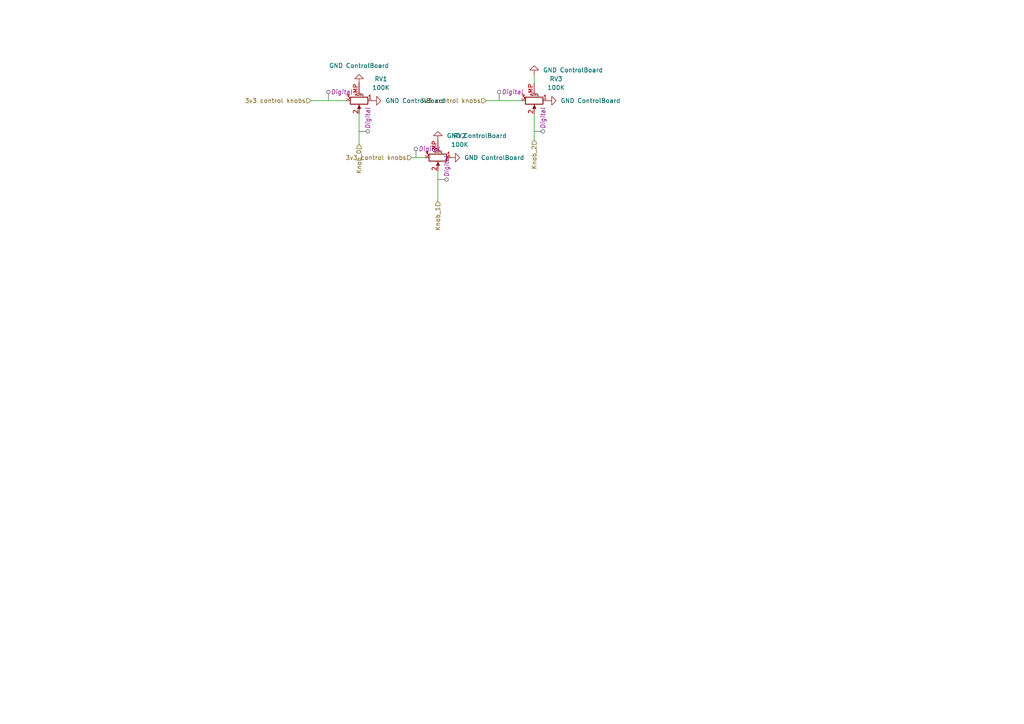
<source format=kicad_sch>
(kicad_sch (version 20231120) (generator "eeschema") (generator_version "8.0")
  (paper "A4")
  (lib_symbols
    (symbol "Device:R_Potentiometer_MountingPin" (pin_names (offset 1.016) hide)
      (property "Reference" "RV" (at -8.255 0 90))
      (property "Value" "R_Potentiometer_MountingPin" (at -6.35 0 90))
      (symbol "R_Potentiometer_MountingPin_0_1"
        (polyline (pts (xy 2.54 0) (xy 1.524 0)))
        (polyline (pts (xy 1.143 0) (xy 2.286 0.508) (xy 2.286 -0.508)) (fill (type outline)))
        (rectangle (start 1.016 2.54) (end -1.016 -2.54) (stroke (width 0.254)))
      )
      (symbol "R_Potentiometer_MountingPin_1_1"
        (polyline (pts (xy -2.032 1.016) (xy -2.032 -1.016)) (stroke (width 0.1524)))
        (text "Mounting" (at -1.651 0 900) (effects (font (size 0.381 0.381))))
        (pin passive line (at 0 3.81 270) (length 1.27) (name "1") (number "1"))
        (pin passive line (at 3.81 0 180) (length 1.27) (name "2") (number "2"))
        (pin passive line (at 0 -3.81 90) (length 1.27) (name "3") (number "3"))
        (pin passive line (at -5.08 0 0) (length 3.048) (name "MountPin") (number "MP"))
      )
    )
    (symbol "power:GND" (power) (pin_numbers hide) (pin_names (offset 0) hide)
      (property "Value" "GND" (at 0 -3.81 0))
      (symbol "GND_0_1"
        (polyline (pts (xy 0 0) (xy 0 -1.27) (xy 1.27 -1.27) (xy 0 -2.54) (xy -1.27 -1.27) (xy 0 -1.27)))
      )
      (symbol "GND_1_1"
        (pin power_in line (at 0 0 270) (length 0) (name "~") (number "1"))
      )
    )
  )
  (wire (pts (xy 127 58.42) (xy 127 49.53)))
  (wire (pts (xy 154.94 21.59) (xy 154.94 24.13)))
  (wire (pts (xy 90.17 29.21) (xy 100.33 29.21)))
  (wire (pts (xy 140.97 29.21) (xy 151.13 29.21)))
  (wire (pts (xy 154.94 40.64) (xy 154.94 33.02)))
  (wire (pts (xy 104.14 41.91) (xy 104.14 33.02)))
  (wire (pts (xy 119.38 45.72) (xy 123.19 45.72)))
  (hierarchical_label "3v3 control knobs" (shape input) (at 90.17 29.21 180))
  (hierarchical_label "Knob_2" (shape input) (at 154.94 40.64 270))
  (hierarchical_label "Knob_0" (shape input) (at 104.14 41.91 270))
  (hierarchical_label "3v3 control knobs" (shape input) (at 140.97 29.21 180))
  (hierarchical_label "Knob_1" (shape input) (at 127 58.42 270))
  (hierarchical_label "3v3 control knobs" (shape input) (at 119.38 45.72 180))
  (netclass_flag "" (length 2.54) (shape round) (at 154.94 38.1 270) (property "Netclass" "Digital" (at 157.48 37.4015 90) (effects (font (italic yes)) (justify left))))
  (netclass_flag "" (length 2.54) (shape round) (at 127 52.07 270) (property "Netclass" "Digital" (at 129.54 51.3715 90) (effects (font (italic yes)) (justify left))))
  (netclass_flag "" (length 2.54) (shape round) (at 95.25 29.21 0) (property "Netclass" "Digital" (at 95.9485 26.67 0) (effects (font (italic yes)) (justify left))))
  (netclass_flag "" (length 2.54) (shape round) (at 144.78 29.21 0) (property "Netclass" "Digital" (at 145.4785 26.67 0) (effects (font (italic yes)) (justify left))))
  (netclass_flag "" (length 2.54) (shape round) (at 120.65 45.72 0) (property "Netclass" "Digital" (at 121.3485 43.18 0) (effects (font (italic yes)) (justify left))))
  (netclass_flag "" (length 2.54) (shape round) (at 104.14 38.1 270) (property "Netclass" "Digital" (at 106.68 37.4015 90) (effects (font (italic yes)) (justify left))))
  (symbol (lib_id "Device:R_Potentiometer_MountingPin") (at 127 45.72 270) (unit 1)
    (property "Reference" "RV2" (at 133.35 39.4014 90))
    (property "Value" "100K" (at 133.35 41.9414 90))
    (property "Footprint" "PCM_4ms_Potentiometer:Pot_9mm_Knurl_NoDet" (effects (hide yes)))
    (property "Description" "Potentiometer with a mounting pin" (effects (hide yes)))
  )
  (symbol (lib_id "Device:R_Potentiometer_MountingPin") (at 104.14 29.21 270) (unit 1)
    (property "Reference" "RV1" (at 110.49 22.8914 90))
    (property "Value" "100K" (at 110.49 25.4314 90))
    (property "Footprint" "PCM_4ms_Potentiometer:Pot_9mm_Knurl_NoDet" (effects (hide yes)))
    (property "Description" "Potentiometer with a mounting pin" (effects (hide yes)))
  )
  (symbol (lib_id "Device:R_Potentiometer_MountingPin") (at 154.94 29.21 270) (unit 1)
    (property "Reference" "RV3" (at 161.29 22.8914 90))
    (property "Value" "100K" (at 161.29 25.4314 90))
    (property "Footprint" "PCM_4ms_Potentiometer:Pot_9mm_Knurl_NoDet" (effects (hide yes)))
    (property "Description" "Potentiometer with a mounting pin" (effects (hide yes)))
  )
  (symbol (lib_id "power:GND") (at 104.14 24.13 180) (unit 1)
    (property "Reference" "#PWR029" (effects (hide yes)))
    (property "Value" "GND ControlBoard" (at 104.14 19.05 0))
    (property "Description" "Power symbol creates a global label with name \"GND\" , ground" (effects (hide yes)))
  )
  (symbol (lib_id "power:GND") (at 154.94 21.59 180) (unit 1)
    (property "Reference" "#PWR050" (effects (hide yes)))
    (property "Value" "GND ControlBoard" (at 157.48 20.3199 0) (effects (justify right)))
    (property "Description" "Power symbol creates a global label with name \"GND\" , ground" (effects (hide yes)))
  )
  (symbol (lib_id "power:GND") (at 107.95 29.21 90) (unit 1)
    (property "Reference" "#PWR035" (effects (hide yes)))
    (property "Value" "GND ControlBoard" (at 111.76 29.2099 90) (effects (justify right)))
    (property "Description" "Power symbol creates a global label with name \"GND\" , ground" (effects (hide yes)))
  )
  (symbol (lib_id "power:GND") (at 158.75 29.21 90) (unit 1)
    (property "Reference" "#PWR031" (effects (hide yes)))
    (property "Value" "GND ControlBoard" (at 162.56 29.2099 90) (effects (justify right)))
    (property "Description" "Power symbol creates a global label with name \"GND\" , ground" (effects (hide yes)))
  )
  (symbol (lib_id "power:GND") (at 130.81 45.72 90) (unit 1)
    (property "Reference" "#PWR036" (effects (hide yes)))
    (property "Value" "GND ControlBoard" (at 134.62 45.7199 90) (effects (justify right)))
    (property "Description" "Power symbol creates a global label with name \"GND\" , ground" (effects (hide yes)))
  )
  (symbol (lib_id "power:GND") (at 127 40.64 180) (unit 1)
    (property "Reference" "#PWR030" (effects (hide yes)))
    (property "Value" "GND ControlBoard" (at 129.54 39.3699 0) (effects (justify right)))
    (property "Description" "Power symbol creates a global label with name \"GND\" , ground" (effects (hide yes)))
  )
)
</source>
